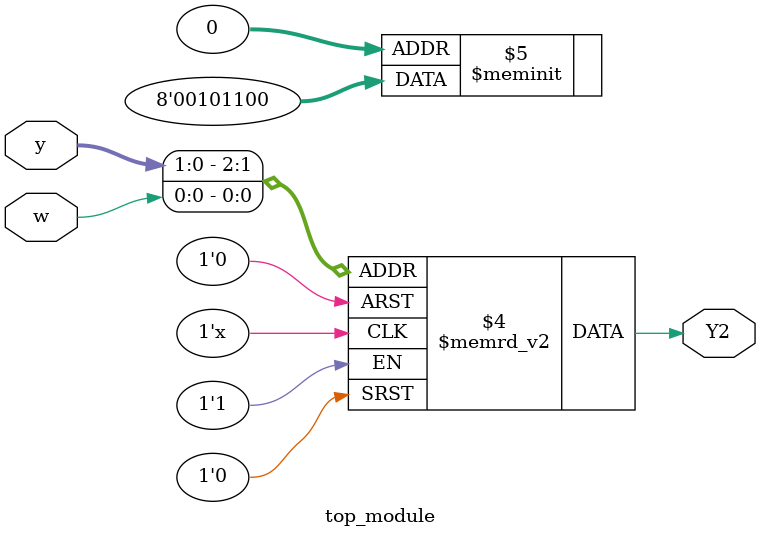
<source format=sv>
module top_module(
  input [4:0] y,
  input w,
  output reg Y2
  );

  always_comb begin
    case({y[1:0], w})
      5'b00000: Y2 = 1'b0;
      5'b00001: Y2 = 1'b0;
      5'b00010: Y2 = 1'b1;
      5'b00011: Y2 = 1'b1;
      5'b00100: Y2 = 1'b0;
      5'b00101: Y2 = 1'b1;
      5'b00110: Y2 = 1'b0;
      5'b00111: Y2 = 1'b0;
      5'b01000: Y2 = 1'b0;
      5'b01001: Y2 = 1'b1;
      5'b01010: Y2 = 1'b1;
      5'b01011: Y2 = 1'b1;
      default: Y2 = 1'b0;
    endcase
  end

endmodule

</source>
